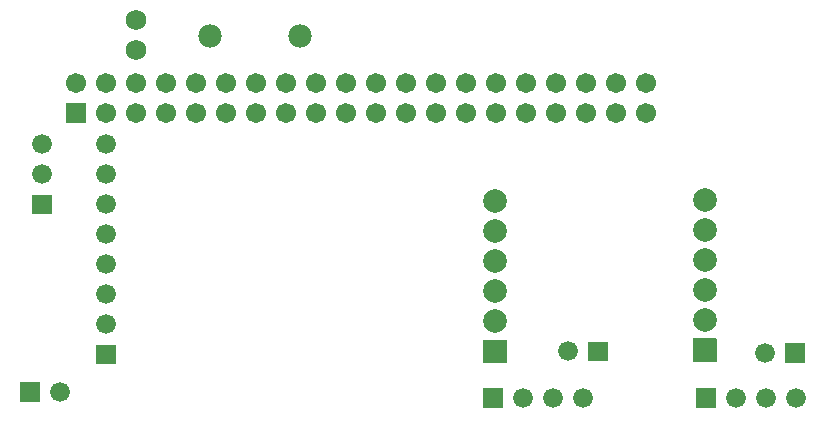
<source format=gbs>
G04 Layer: BottomSolderMaskLayer*
G04 EasyEDA v6.5.5, 2022-06-30 12:06:16*
G04 14c6360a081142a8b98b93fd51069ae2,59b13081229d43bfb627b6405b151bcb,10*
G04 Gerber Generator version 0.2*
G04 Scale: 100 percent, Rotated: No, Reflected: No *
G04 Dimensions in millimeters *
G04 leading zeros omitted , absolute positions ,4 integer and 5 decimal *
%FSLAX45Y45*%
%MOMM*%

%ADD24C,1.6764*%
%ADD25C,1.7016*%
%ADD27C,1.7526*%
%ADD28C,1.9812*%
%ADD30C,2.0016*%

%LPD*%
G36*
X949960Y6291579D02*
G01*
X948436Y6291834D01*
X946912Y6292595D01*
X945895Y6293612D01*
X945134Y6295136D01*
X944879Y6296660D01*
X944879Y6454139D01*
X945134Y6455663D01*
X945895Y6457187D01*
X946912Y6458204D01*
X948436Y6458965D01*
X949960Y6459220D01*
X1107439Y6459220D01*
X1108963Y6458965D01*
X1110487Y6458204D01*
X1111504Y6457187D01*
X1112265Y6455663D01*
X1112520Y6454139D01*
X1112520Y6296660D01*
X1112265Y6295136D01*
X1111504Y6293612D01*
X1110487Y6292595D01*
X1108963Y6291834D01*
X1107439Y6291579D01*
G37*
D24*
G01*
X1282700Y6375400D03*
G36*
X1597660Y6609079D02*
G01*
X1596136Y6609334D01*
X1594612Y6610095D01*
X1593595Y6611112D01*
X1592834Y6612636D01*
X1592579Y6614160D01*
X1592579Y6771639D01*
X1592834Y6773163D01*
X1593595Y6774687D01*
X1594612Y6775704D01*
X1596136Y6776465D01*
X1597660Y6776720D01*
X1755139Y6776720D01*
X1756663Y6776465D01*
X1758187Y6775704D01*
X1759204Y6774687D01*
X1759965Y6773163D01*
X1760220Y6771639D01*
X1760220Y6614160D01*
X1759965Y6612636D01*
X1759204Y6611112D01*
X1758187Y6610095D01*
X1756663Y6609334D01*
X1755139Y6609079D01*
G37*
G01*
X1676400Y6946900D03*
G01*
X1676400Y7200900D03*
G01*
X1676400Y7454900D03*
G01*
X1676400Y7708900D03*
G01*
X1676400Y7962900D03*
G01*
X1676400Y8216900D03*
G01*
X1676400Y8470900D03*
G36*
X4874259Y6240779D02*
G01*
X4872735Y6241034D01*
X4871211Y6241795D01*
X4870195Y6242812D01*
X4869433Y6244336D01*
X4869179Y6245860D01*
X4869179Y6245860D01*
X4869179Y6403339D01*
X4869179Y6403339D01*
X4869433Y6404863D01*
X4870195Y6406387D01*
X4871211Y6407404D01*
X4872735Y6408165D01*
X4874259Y6408420D01*
X5031740Y6408420D01*
X5033264Y6408165D01*
X5034788Y6407404D01*
X5035804Y6406387D01*
X5036566Y6404863D01*
X5036820Y6403339D01*
X5036820Y6403339D01*
X5036820Y6245860D01*
X5036820Y6245860D01*
X5036566Y6244336D01*
X5035804Y6242812D01*
X5034788Y6241795D01*
X5033264Y6241034D01*
X5031740Y6240779D01*
G37*
G01*
X5207000Y6324600D03*
G01*
X5461000Y6324600D03*
G01*
X5715000Y6324600D03*
G36*
X6677659Y6240779D02*
G01*
X6676135Y6241034D01*
X6674611Y6241795D01*
X6673595Y6242812D01*
X6672833Y6244336D01*
X6672579Y6245860D01*
X6672579Y6245860D01*
X6672579Y6403339D01*
X6672579Y6403339D01*
X6672833Y6404863D01*
X6673595Y6406387D01*
X6674611Y6407404D01*
X6676135Y6408165D01*
X6677659Y6408420D01*
X6835140Y6408420D01*
X6836664Y6408165D01*
X6838188Y6407404D01*
X6839204Y6406387D01*
X6839966Y6404863D01*
X6840220Y6403339D01*
X6840220Y6403339D01*
X6840220Y6245860D01*
X6840220Y6245860D01*
X6839966Y6244336D01*
X6839204Y6242812D01*
X6838188Y6241795D01*
X6836664Y6241034D01*
X6835140Y6240779D01*
G37*
G01*
X7010400Y6324600D03*
G01*
X7264400Y6324600D03*
G01*
X7518400Y6324600D03*
G36*
X1051560Y7879079D02*
G01*
X1050036Y7879334D01*
X1048512Y7880095D01*
X1047495Y7881112D01*
X1046734Y7882636D01*
X1046479Y7884160D01*
X1046479Y8041639D01*
X1046734Y8043163D01*
X1047495Y8044687D01*
X1048512Y8045704D01*
X1050036Y8046465D01*
X1051560Y8046720D01*
X1209039Y8046720D01*
X1210563Y8046465D01*
X1212087Y8045704D01*
X1213104Y8044687D01*
X1213865Y8043163D01*
X1214120Y8041639D01*
X1214120Y7884160D01*
X1213865Y7882636D01*
X1213104Y7881112D01*
X1212087Y7880095D01*
X1210563Y7879334D01*
X1209039Y7879079D01*
G37*
G01*
X1130300Y8216900D03*
G01*
X1130300Y8470900D03*
D25*
G01*
X6248400Y8991600D03*
G01*
X6248400Y8737600D03*
G01*
X5994400Y8991600D03*
G01*
X5994400Y8737600D03*
G01*
X5740400Y8991600D03*
G01*
X5740400Y8737600D03*
G01*
X5486400Y8991600D03*
G01*
X5486400Y8737600D03*
G01*
X5232400Y8991600D03*
G01*
X5232400Y8737600D03*
G01*
X4978400Y8991600D03*
G01*
X4978400Y8737600D03*
G01*
X4724400Y8991600D03*
G01*
X4724400Y8737600D03*
G01*
X4470400Y8991600D03*
G01*
X4470400Y8737600D03*
G01*
X4216400Y8991600D03*
G01*
X4216400Y8737600D03*
G01*
X3962400Y8991600D03*
G01*
X3962400Y8737600D03*
G01*
X3708400Y8991600D03*
G01*
X3708400Y8737600D03*
G01*
X3454400Y8991600D03*
G01*
X3454400Y8737600D03*
G01*
X3200400Y8991600D03*
G01*
X3200400Y8737600D03*
G01*
X2946400Y8991600D03*
G01*
X2946400Y8737600D03*
G01*
X2692400Y8991600D03*
G01*
X2692400Y8737600D03*
G01*
X2438400Y8991600D03*
G01*
X2438400Y8737600D03*
G01*
X2184400Y8991600D03*
G01*
X2184400Y8737600D03*
G01*
X1930400Y8991600D03*
G01*
X1930400Y8737600D03*
G01*
X1676400Y8991600D03*
G01*
X1676400Y8737600D03*
G01*
X1422400Y8991600D03*
G36*
X1342389Y8652510D02*
G01*
X1342400Y8652520D01*
X1340876Y8652774D01*
X1339352Y8653536D01*
X1338336Y8654552D01*
X1337574Y8656076D01*
X1337320Y8657600D01*
X1337310Y8657589D01*
X1337310Y8817610D01*
X1337320Y8817599D01*
X1337574Y8819123D01*
X1338336Y8820647D01*
X1339352Y8821663D01*
X1340876Y8822425D01*
X1342400Y8822679D01*
X1342389Y8822689D01*
X1502410Y8822689D01*
X1502399Y8822679D01*
X1503923Y8822425D01*
X1505447Y8821663D01*
X1506463Y8820647D01*
X1507225Y8819123D01*
X1507479Y8817599D01*
X1507489Y8817610D01*
X1507489Y8657589D01*
X1507479Y8657600D01*
X1507225Y8656076D01*
X1506463Y8654552D01*
X1505447Y8653536D01*
X1503923Y8652774D01*
X1502399Y8652520D01*
X1502410Y8652510D01*
G37*
G36*
X5763259Y6634479D02*
G01*
X5761735Y6634734D01*
X5760211Y6635495D01*
X5759195Y6636512D01*
X5758433Y6638036D01*
X5758179Y6639560D01*
X5758179Y6639560D01*
X5758179Y6797039D01*
X5758179Y6797039D01*
X5758433Y6798563D01*
X5759195Y6800087D01*
X5760211Y6801104D01*
X5761735Y6801865D01*
X5763259Y6802120D01*
X5920740Y6802120D01*
X5922264Y6801865D01*
X5923788Y6801104D01*
X5924804Y6800087D01*
X5925566Y6798563D01*
X5925820Y6797039D01*
X5925820Y6797039D01*
X5925820Y6639560D01*
X5925820Y6639560D01*
X5925566Y6638036D01*
X5924804Y6636512D01*
X5923788Y6635495D01*
X5922264Y6634734D01*
X5920740Y6634479D01*
G37*
D24*
G01*
X5588000Y6718300D03*
G36*
X7426959Y6621779D02*
G01*
X7425435Y6622034D01*
X7423911Y6622795D01*
X7422895Y6623812D01*
X7422133Y6625336D01*
X7421879Y6626860D01*
X7421879Y6626860D01*
X7421879Y6784339D01*
X7421879Y6784339D01*
X7422133Y6785863D01*
X7422895Y6787387D01*
X7423911Y6788404D01*
X7425435Y6789165D01*
X7426959Y6789420D01*
X7584440Y6789420D01*
X7585964Y6789165D01*
X7587488Y6788404D01*
X7588504Y6787387D01*
X7589266Y6785863D01*
X7589520Y6784339D01*
X7589520Y6784339D01*
X7589520Y6626860D01*
X7589520Y6626860D01*
X7589266Y6625336D01*
X7588504Y6623812D01*
X7587488Y6622795D01*
X7585964Y6622034D01*
X7584440Y6621779D01*
G37*
G01*
X7251700Y6705600D03*
D27*
G01*
X1930400Y9525000D03*
G01*
X1930400Y9271000D03*
D28*
G01*
X3314700Y9385300D03*
G01*
X2552700Y9385300D03*
G36*
X4870698Y6618218D02*
G01*
X4869174Y6618472D01*
X4867650Y6619234D01*
X4866634Y6620250D01*
X4865872Y6621774D01*
X4865618Y6623298D01*
X4865624Y6623304D01*
X4865624Y6813295D01*
X4865618Y6813301D01*
X4865872Y6814825D01*
X4866634Y6816349D01*
X4867650Y6817365D01*
X4869174Y6818127D01*
X4870698Y6818381D01*
X4870704Y6818376D01*
X5060695Y6818376D01*
X5060701Y6818381D01*
X5062225Y6818127D01*
X5063749Y6817365D01*
X5064765Y6816349D01*
X5065527Y6814825D01*
X5065781Y6813301D01*
X5065775Y6813295D01*
X5065775Y6623304D01*
X5065781Y6623298D01*
X5065527Y6621774D01*
X5064765Y6620250D01*
X5063749Y6619234D01*
X5062225Y6618472D01*
X5060701Y6618218D01*
X5060695Y6618223D01*
X4870704Y6618223D01*
G37*
D30*
G01*
X4965700Y6972300D03*
G01*
X4965700Y7226300D03*
G01*
X4965700Y7480300D03*
G01*
X4965700Y7734300D03*
G01*
X4965700Y7988300D03*
G36*
X6648698Y6630918D02*
G01*
X6647174Y6631172D01*
X6645650Y6631934D01*
X6644634Y6632950D01*
X6643872Y6634474D01*
X6643618Y6635998D01*
X6643624Y6636004D01*
X6643624Y6825995D01*
X6643618Y6826001D01*
X6643872Y6827525D01*
X6644634Y6829049D01*
X6645650Y6830065D01*
X6647174Y6830827D01*
X6648698Y6831081D01*
X6648704Y6831076D01*
X6838695Y6831076D01*
X6838701Y6831081D01*
X6840225Y6830827D01*
X6841749Y6830065D01*
X6842765Y6829049D01*
X6843527Y6827525D01*
X6843781Y6826001D01*
X6843775Y6825995D01*
X6843775Y6636004D01*
X6843781Y6635998D01*
X6843527Y6634474D01*
X6842765Y6632950D01*
X6841749Y6631934D01*
X6840225Y6631172D01*
X6838701Y6630918D01*
X6838695Y6630923D01*
X6648704Y6630923D01*
G37*
G01*
X6743700Y6985000D03*
G01*
X6743700Y7239000D03*
G01*
X6743700Y7493000D03*
G01*
X6743700Y7747000D03*
G01*
X6743700Y8001000D03*
M02*

</source>
